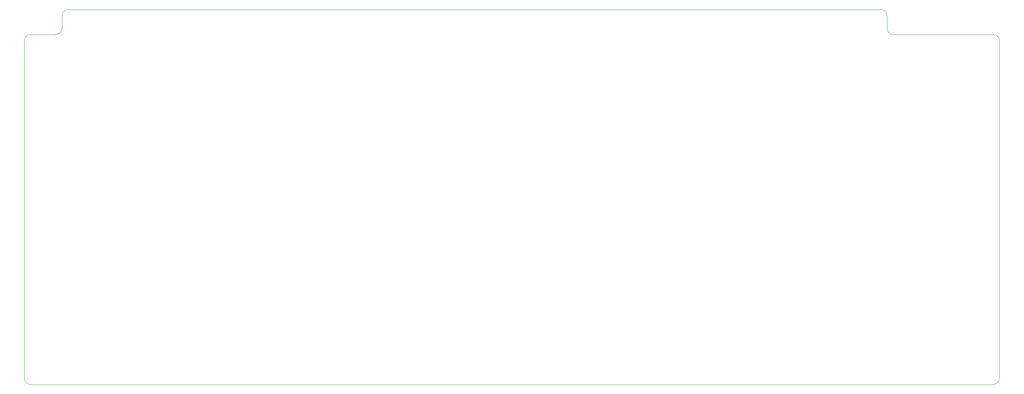
<source format=gbr>
G04 #@! TF.GenerationSoftware,KiCad,Pcbnew,(5.1.5-0-10_14)*
G04 #@! TF.CreationDate,2020-08-31T10:03:10-05:00*
G04 #@! TF.ProjectId,SithZhuyin40,53697468-5a68-4757-9969-6e34302e6b69,rev?*
G04 #@! TF.SameCoordinates,Original*
G04 #@! TF.FileFunction,Profile,NP*
%FSLAX46Y46*%
G04 Gerber Fmt 4.6, Leading zero omitted, Abs format (unit mm)*
G04 Created by KiCad (PCBNEW (5.1.5-0-10_14)) date 2020-08-31 10:03:10*
%MOMM*%
%LPD*%
G04 APERTURE LIST*
%ADD10C,0.050000*%
G04 APERTURE END LIST*
D10*
X250031250Y-45243750D02*
G75*
G02X251618750Y-46831250I0J-1587500D01*
G01*
X253206250Y-51593750D02*
G75*
G02X251618750Y-50006250I0J1587500D01*
G01*
X278606250Y-51593750D02*
G75*
G02X280193750Y-53181250I0J-1587500D01*
G01*
X280193750Y-138906250D02*
G75*
G02X278606250Y-140493750I-1587500J0D01*
G01*
X34131250Y-140493750D02*
G75*
G02X32543750Y-138906250I0J1587500D01*
G01*
X42068750Y-46831250D02*
G75*
G02X43656250Y-45243750I1587500J0D01*
G01*
X42068750Y-50006250D02*
G75*
G02X40481250Y-51593750I-1587500J0D01*
G01*
X32543750Y-53181250D02*
G75*
G02X34131250Y-51593750I1587500J0D01*
G01*
X280193750Y-138906250D02*
X280193750Y-53181250D01*
X34131250Y-140493750D02*
X278606250Y-140493750D01*
X32543750Y-53181250D02*
X32543750Y-138906250D01*
X40481250Y-51593750D02*
X34131250Y-51593750D01*
X42068750Y-46831250D02*
X42068750Y-50006250D01*
X250031250Y-45243750D02*
X43656250Y-45243750D01*
X251618750Y-50006250D02*
X251618750Y-46831250D01*
X278606250Y-51593750D02*
X253206250Y-51593750D01*
M02*

</source>
